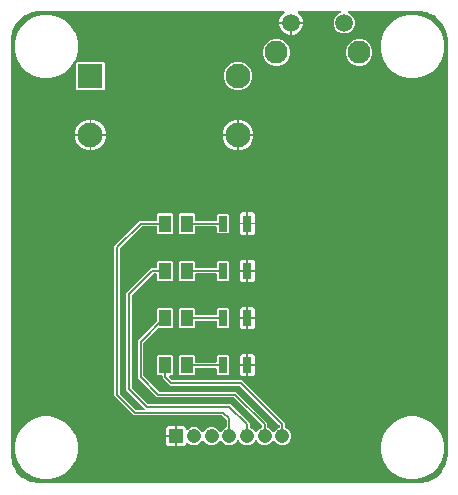
<source format=gbr>
G04 EAGLE Gerber RS-274X export*
G75*
%MOMM*%
%FSLAX34Y34*%
%LPD*%
%INTop Copper*%
%IPPOS*%
%AMOC8*
5,1,8,0,0,1.08239X$1,22.5*%
G01*
G04 Define Apertures*
%ADD10R,0.761800X1.361800*%
%ADD11R,1.031200X1.420200*%
%ADD12C,1.508000*%
%ADD13C,1.950000*%
%ADD14R,2.100000X2.100000*%
%ADD15C,2.100000*%
%ADD16R,1.208000X1.208000*%
%ADD17C,1.208000*%
%ADD18C,0.152400*%
G36*
X355977Y10169D02*
X355858Y10160D01*
X34142Y10160D01*
X34023Y10169D01*
X26847Y11306D01*
X26621Y11380D01*
X20148Y14678D01*
X19955Y14818D01*
X14818Y19955D01*
X14678Y20148D01*
X11380Y26621D01*
X11306Y26847D01*
X10169Y34023D01*
X10160Y34142D01*
X10160Y385858D01*
X10169Y385977D01*
X11306Y393153D01*
X11380Y393379D01*
X14678Y399852D01*
X14818Y400045D01*
X19955Y405182D01*
X20148Y405322D01*
X26621Y408620D01*
X26847Y408694D01*
X34023Y409831D01*
X34142Y409840D01*
X241245Y409840D01*
X241508Y409793D01*
X241766Y409634D01*
X241942Y409386D01*
X242007Y409090D01*
X241951Y408792D01*
X241784Y408539D01*
X238955Y405710D01*
X237420Y402005D01*
X237420Y400762D01*
X257580Y400762D01*
X257580Y402005D01*
X256045Y405710D01*
X253216Y408539D01*
X253063Y408759D01*
X252993Y409054D01*
X253044Y409353D01*
X253208Y409608D01*
X253458Y409780D01*
X253755Y409840D01*
X288740Y409840D01*
X288997Y409795D01*
X289257Y409638D01*
X289434Y409392D01*
X289501Y409096D01*
X289448Y408798D01*
X289283Y408544D01*
X289031Y408374D01*
X287366Y407684D01*
X284816Y405134D01*
X283436Y401803D01*
X283436Y398197D01*
X284816Y394866D01*
X287366Y392316D01*
X290697Y390936D01*
X294303Y390936D01*
X297634Y392316D01*
X300184Y394866D01*
X301564Y398197D01*
X301564Y401803D01*
X300184Y405134D01*
X297634Y407684D01*
X295969Y408374D01*
X295748Y408514D01*
X295569Y408759D01*
X295499Y409054D01*
X295550Y409353D01*
X295713Y409608D01*
X295963Y409780D01*
X296260Y409840D01*
X355858Y409840D01*
X355977Y409831D01*
X363153Y408694D01*
X363379Y408620D01*
X369852Y405322D01*
X370045Y405182D01*
X375182Y400045D01*
X375322Y399852D01*
X378620Y393379D01*
X378694Y393153D01*
X379831Y385977D01*
X379840Y385858D01*
X379840Y34142D01*
X379831Y34023D01*
X378694Y26847D01*
X378620Y26621D01*
X375322Y20148D01*
X375182Y19955D01*
X370045Y14818D01*
X369852Y14678D01*
X363379Y11380D01*
X363153Y11306D01*
X355977Y10169D01*
G37*
%LPC*%
G36*
X346489Y353330D02*
X353511Y353330D01*
X360294Y355148D01*
X366376Y358659D01*
X371341Y363624D01*
X374853Y369706D01*
X376670Y376489D01*
X376670Y383511D01*
X374853Y390294D01*
X371341Y396376D01*
X366376Y401341D01*
X360294Y404853D01*
X353511Y406670D01*
X346489Y406670D01*
X339706Y404853D01*
X333624Y401341D01*
X328659Y396376D01*
X325148Y390294D01*
X323330Y383511D01*
X323330Y376489D01*
X325148Y369706D01*
X328659Y363624D01*
X333624Y358659D01*
X339706Y355148D01*
X346489Y353330D01*
G37*
G36*
X36489Y353330D02*
X43511Y353330D01*
X50294Y355148D01*
X56376Y358659D01*
X61341Y363624D01*
X64853Y369706D01*
X66670Y376489D01*
X66670Y383511D01*
X64853Y390294D01*
X61341Y396376D01*
X56376Y401341D01*
X50294Y404853D01*
X43511Y406670D01*
X36489Y406670D01*
X29706Y404853D01*
X23624Y401341D01*
X18659Y396376D01*
X15148Y390294D01*
X13330Y383511D01*
X13330Y376489D01*
X15148Y369706D01*
X18659Y363624D01*
X23624Y358659D01*
X29706Y355148D01*
X36489Y353330D01*
G37*
G36*
X248262Y389920D02*
X249505Y389920D01*
X253210Y391455D01*
X256045Y394290D01*
X257580Y397995D01*
X257580Y399238D01*
X248262Y399238D01*
X248262Y389920D01*
G37*
G36*
X245495Y389920D02*
X246738Y389920D01*
X246738Y399238D01*
X237420Y399238D01*
X237420Y397995D01*
X238955Y394290D01*
X241790Y391455D01*
X245495Y389920D01*
G37*
G36*
X302757Y363726D02*
X307243Y363726D01*
X311386Y365442D01*
X314558Y368614D01*
X316274Y372757D01*
X316274Y377243D01*
X314558Y381386D01*
X311386Y384558D01*
X307243Y386274D01*
X302757Y386274D01*
X298614Y384558D01*
X295442Y381386D01*
X293726Y377243D01*
X293726Y372757D01*
X295442Y368614D01*
X298614Y365442D01*
X302757Y363726D01*
G37*
G36*
X232757Y363726D02*
X237243Y363726D01*
X241386Y365442D01*
X244558Y368614D01*
X246274Y372757D01*
X246274Y377243D01*
X244558Y381386D01*
X241386Y384558D01*
X237243Y386274D01*
X232757Y386274D01*
X228614Y384558D01*
X225442Y381386D01*
X223726Y377243D01*
X223726Y372757D01*
X225442Y368614D01*
X228614Y365442D01*
X232757Y363726D01*
G37*
G36*
X200108Y342976D02*
X204892Y342976D01*
X209311Y344807D01*
X212693Y348189D01*
X214524Y352608D01*
X214524Y357392D01*
X212693Y361811D01*
X209311Y365193D01*
X204892Y367024D01*
X200108Y367024D01*
X195689Y365193D01*
X192307Y361811D01*
X190476Y357392D01*
X190476Y352608D01*
X192307Y348189D01*
X195689Y344807D01*
X200108Y342976D01*
G37*
G36*
X66369Y342976D02*
X88631Y342976D01*
X89524Y343869D01*
X89524Y366131D01*
X88631Y367024D01*
X66369Y367024D01*
X65476Y366131D01*
X65476Y343869D01*
X66369Y342976D01*
G37*
G36*
X189460Y305762D02*
X201738Y305762D01*
X201738Y318040D01*
X199906Y318040D01*
X195113Y316055D01*
X191445Y312387D01*
X189460Y307594D01*
X189460Y305762D01*
G37*
G36*
X64460Y305762D02*
X76738Y305762D01*
X76738Y318040D01*
X74906Y318040D01*
X70113Y316055D01*
X66445Y312387D01*
X64460Y307594D01*
X64460Y305762D01*
G37*
G36*
X78262Y305762D02*
X90540Y305762D01*
X90540Y307594D01*
X88555Y312387D01*
X84887Y316055D01*
X80094Y318040D01*
X78262Y318040D01*
X78262Y305762D01*
G37*
G36*
X203262Y305762D02*
X215540Y305762D01*
X215540Y307594D01*
X213555Y312387D01*
X209887Y316055D01*
X205094Y318040D01*
X203262Y318040D01*
X203262Y305762D01*
G37*
G36*
X203262Y291960D02*
X205094Y291960D01*
X209887Y293945D01*
X213555Y297613D01*
X215540Y302406D01*
X215540Y304238D01*
X203262Y304238D01*
X203262Y291960D01*
G37*
G36*
X199906Y291960D02*
X201738Y291960D01*
X201738Y304238D01*
X189460Y304238D01*
X189460Y302406D01*
X191445Y297613D01*
X195113Y293945D01*
X199906Y291960D01*
G37*
G36*
X78262Y291960D02*
X80094Y291960D01*
X84887Y293945D01*
X88555Y297613D01*
X90540Y302406D01*
X90540Y304238D01*
X78262Y304238D01*
X78262Y291960D01*
G37*
G36*
X74906Y291960D02*
X76738Y291960D01*
X76738Y304238D01*
X64460Y304238D01*
X64460Y302406D01*
X66445Y297613D01*
X70113Y293945D01*
X74906Y291960D01*
G37*
G36*
X203901Y230762D02*
X209488Y230762D01*
X209488Y239349D01*
X205389Y239349D01*
X203901Y237861D01*
X203901Y230762D01*
G37*
G36*
X211012Y230762D02*
X216599Y230762D01*
X216599Y237861D01*
X215111Y239349D01*
X211012Y239349D01*
X211012Y230762D01*
G37*
G36*
X153408Y221375D02*
X164982Y221375D01*
X165875Y222268D01*
X165875Y226952D01*
X165926Y227227D01*
X166090Y227482D01*
X166340Y227654D01*
X166637Y227714D01*
X183655Y227714D01*
X183930Y227663D01*
X184185Y227499D01*
X184357Y227249D01*
X184417Y226952D01*
X184417Y222560D01*
X185310Y221667D01*
X194190Y221667D01*
X195083Y222560D01*
X195083Y237440D01*
X194190Y238333D01*
X185310Y238333D01*
X184417Y237440D01*
X184417Y233048D01*
X184366Y232773D01*
X184202Y232518D01*
X183952Y232346D01*
X183655Y232286D01*
X166637Y232286D01*
X166362Y232337D01*
X166107Y232501D01*
X165935Y232751D01*
X165875Y233048D01*
X165875Y237732D01*
X164982Y238625D01*
X153408Y238625D01*
X152515Y237732D01*
X152515Y222268D01*
X153408Y221375D01*
G37*
G36*
X150762Y41420D02*
X157092Y41420D01*
X158580Y42908D01*
X158580Y43883D01*
X158627Y44147D01*
X158786Y44405D01*
X159034Y44580D01*
X159330Y44645D01*
X159628Y44590D01*
X159881Y44422D01*
X160715Y43588D01*
X163495Y42436D01*
X166505Y42436D01*
X169285Y43588D01*
X171412Y45715D01*
X171796Y46641D01*
X171940Y46867D01*
X172186Y47044D01*
X172482Y47112D01*
X172780Y47058D01*
X173035Y46893D01*
X173204Y46641D01*
X173588Y45715D01*
X175715Y43588D01*
X178495Y42436D01*
X181505Y42436D01*
X184285Y43588D01*
X186412Y45715D01*
X186796Y46641D01*
X186940Y46867D01*
X187186Y47044D01*
X187482Y47112D01*
X187780Y47058D01*
X188035Y46893D01*
X188204Y46641D01*
X188588Y45715D01*
X190715Y43588D01*
X193495Y42436D01*
X196505Y42436D01*
X199285Y43588D01*
X201412Y45715D01*
X201796Y46641D01*
X201940Y46867D01*
X202186Y47044D01*
X202482Y47112D01*
X202780Y47058D01*
X203035Y46893D01*
X203204Y46641D01*
X203588Y45715D01*
X205715Y43588D01*
X208495Y42436D01*
X211505Y42436D01*
X214285Y43588D01*
X216412Y45715D01*
X216796Y46641D01*
X216940Y46867D01*
X217186Y47044D01*
X217482Y47112D01*
X217780Y47058D01*
X218035Y46893D01*
X218204Y46641D01*
X218588Y45715D01*
X220715Y43588D01*
X223495Y42436D01*
X226505Y42436D01*
X229285Y43588D01*
X231412Y45715D01*
X231796Y46641D01*
X231940Y46867D01*
X232186Y47044D01*
X232482Y47112D01*
X232780Y47058D01*
X233035Y46893D01*
X233204Y46641D01*
X233588Y45715D01*
X235715Y43588D01*
X238495Y42436D01*
X241505Y42436D01*
X244285Y43588D01*
X246412Y45715D01*
X247564Y48495D01*
X247564Y51505D01*
X246412Y54285D01*
X244285Y56412D01*
X242756Y57045D01*
X242518Y57202D01*
X242346Y57452D01*
X242286Y57749D01*
X242286Y60947D01*
X205947Y97286D01*
X147068Y97286D01*
X146782Y97342D01*
X146529Y97509D01*
X143964Y100074D01*
X143811Y100294D01*
X143741Y100589D01*
X143792Y100888D01*
X143955Y101143D01*
X144205Y101315D01*
X144503Y101375D01*
X146592Y101375D01*
X147485Y102268D01*
X147485Y117732D01*
X146592Y118625D01*
X135018Y118625D01*
X134125Y117732D01*
X134125Y102268D01*
X135018Y101375D01*
X137757Y101375D01*
X138032Y101324D01*
X138287Y101160D01*
X138459Y100910D01*
X138519Y100613D01*
X138519Y99053D01*
X144858Y92714D01*
X203737Y92714D01*
X204023Y92658D01*
X204276Y92491D01*
X237491Y59276D01*
X237654Y59035D01*
X237714Y58737D01*
X237714Y57749D01*
X237661Y57469D01*
X237495Y57215D01*
X237244Y57045D01*
X235715Y56412D01*
X233588Y54285D01*
X233204Y53359D01*
X233060Y53133D01*
X232814Y52956D01*
X232518Y52889D01*
X232220Y52942D01*
X231966Y53107D01*
X231796Y53359D01*
X231412Y54285D01*
X229285Y56412D01*
X227756Y57045D01*
X227518Y57202D01*
X227346Y57452D01*
X227286Y57749D01*
X227286Y60947D01*
X200947Y87286D01*
X136263Y87286D01*
X135977Y87342D01*
X135724Y87509D01*
X122509Y100724D01*
X122346Y100965D01*
X122286Y101263D01*
X122286Y128737D01*
X122342Y129023D01*
X122509Y129276D01*
X134385Y141152D01*
X134626Y141315D01*
X134924Y141375D01*
X146592Y141375D01*
X147485Y142268D01*
X147485Y157732D01*
X146592Y158625D01*
X135018Y158625D01*
X134125Y157732D01*
X134125Y147674D01*
X134069Y147388D01*
X133902Y147135D01*
X117714Y130947D01*
X117714Y99053D01*
X134053Y82714D01*
X198737Y82714D01*
X199023Y82658D01*
X199276Y82491D01*
X222491Y59276D01*
X222654Y59035D01*
X222714Y58737D01*
X222714Y57749D01*
X222661Y57469D01*
X222495Y57215D01*
X222244Y57045D01*
X220715Y56412D01*
X218588Y54285D01*
X218204Y53359D01*
X218060Y53133D01*
X217814Y52956D01*
X217518Y52889D01*
X217220Y52942D01*
X216966Y53107D01*
X216796Y53359D01*
X216412Y54285D01*
X214285Y56412D01*
X212756Y57045D01*
X212518Y57202D01*
X212346Y57452D01*
X212286Y57749D01*
X212286Y60947D01*
X195947Y77286D01*
X126263Y77286D01*
X125977Y77342D01*
X125724Y77509D01*
X112509Y90724D01*
X112346Y90965D01*
X112286Y91263D01*
X112286Y168737D01*
X112342Y169023D01*
X112509Y169276D01*
X130724Y187491D01*
X130965Y187654D01*
X131263Y187714D01*
X133363Y187714D01*
X133638Y187663D01*
X133893Y187499D01*
X134065Y187249D01*
X134125Y186952D01*
X134125Y182268D01*
X135018Y181375D01*
X146592Y181375D01*
X147485Y182268D01*
X147485Y197732D01*
X146592Y198625D01*
X135018Y198625D01*
X134125Y197732D01*
X134125Y193048D01*
X134074Y192773D01*
X133910Y192518D01*
X133660Y192346D01*
X133363Y192286D01*
X129053Y192286D01*
X107714Y170947D01*
X107714Y89053D01*
X123180Y73587D01*
X123333Y73367D01*
X123403Y73072D01*
X123352Y72773D01*
X123189Y72518D01*
X122939Y72346D01*
X122641Y72286D01*
X116263Y72286D01*
X115977Y72342D01*
X115724Y72509D01*
X102509Y85724D01*
X102346Y85965D01*
X102286Y86263D01*
X102286Y208737D01*
X102342Y209023D01*
X102509Y209276D01*
X120724Y227491D01*
X120965Y227654D01*
X121263Y227714D01*
X133363Y227714D01*
X133638Y227663D01*
X133893Y227499D01*
X134065Y227249D01*
X134125Y226952D01*
X134125Y222268D01*
X135018Y221375D01*
X146592Y221375D01*
X147485Y222268D01*
X147485Y237732D01*
X146592Y238625D01*
X135018Y238625D01*
X134125Y237732D01*
X134125Y233048D01*
X134074Y232773D01*
X133910Y232518D01*
X133660Y232346D01*
X133363Y232286D01*
X119053Y232286D01*
X97714Y210947D01*
X97714Y84053D01*
X114053Y67714D01*
X188737Y67714D01*
X189023Y67658D01*
X189276Y67491D01*
X192491Y64276D01*
X192654Y64035D01*
X192714Y63737D01*
X192714Y57749D01*
X192661Y57469D01*
X192495Y57215D01*
X192244Y57045D01*
X190715Y56412D01*
X188588Y54285D01*
X188204Y53359D01*
X188060Y53133D01*
X187814Y52956D01*
X187518Y52889D01*
X187220Y52942D01*
X186966Y53107D01*
X186796Y53359D01*
X186412Y54285D01*
X184285Y56412D01*
X181505Y57564D01*
X178495Y57564D01*
X175715Y56412D01*
X173588Y54285D01*
X173204Y53359D01*
X173060Y53133D01*
X172814Y52956D01*
X172518Y52889D01*
X172220Y52942D01*
X171966Y53107D01*
X171796Y53359D01*
X171412Y54285D01*
X169285Y56412D01*
X166505Y57564D01*
X163495Y57564D01*
X160715Y56412D01*
X159881Y55578D01*
X159661Y55425D01*
X159366Y55355D01*
X159067Y55406D01*
X158812Y55569D01*
X158640Y55820D01*
X158580Y56117D01*
X158580Y57092D01*
X157092Y58580D01*
X150762Y58580D01*
X150762Y41420D01*
G37*
G36*
X205389Y220651D02*
X209488Y220651D01*
X209488Y229238D01*
X203901Y229238D01*
X203901Y222139D01*
X205389Y220651D01*
G37*
G36*
X211012Y220651D02*
X215111Y220651D01*
X216599Y222139D01*
X216599Y229238D01*
X211012Y229238D01*
X211012Y220651D01*
G37*
G36*
X211012Y190762D02*
X216599Y190762D01*
X216599Y197861D01*
X215111Y199349D01*
X211012Y199349D01*
X211012Y190762D01*
G37*
G36*
X203901Y190762D02*
X209488Y190762D01*
X209488Y199349D01*
X205389Y199349D01*
X203901Y197861D01*
X203901Y190762D01*
G37*
G36*
X153408Y181375D02*
X164982Y181375D01*
X165875Y182268D01*
X165875Y186952D01*
X165926Y187227D01*
X166090Y187482D01*
X166340Y187654D01*
X166637Y187714D01*
X183655Y187714D01*
X183930Y187663D01*
X184185Y187499D01*
X184357Y187249D01*
X184417Y186952D01*
X184417Y182560D01*
X185310Y181667D01*
X194190Y181667D01*
X195083Y182560D01*
X195083Y197440D01*
X194190Y198333D01*
X185310Y198333D01*
X184417Y197440D01*
X184417Y193048D01*
X184366Y192773D01*
X184202Y192518D01*
X183952Y192346D01*
X183655Y192286D01*
X166637Y192286D01*
X166362Y192337D01*
X166107Y192501D01*
X165935Y192751D01*
X165875Y193048D01*
X165875Y197732D01*
X164982Y198625D01*
X153408Y198625D01*
X152515Y197732D01*
X152515Y182268D01*
X153408Y181375D01*
G37*
G36*
X205389Y180651D02*
X209488Y180651D01*
X209488Y189238D01*
X203901Y189238D01*
X203901Y182139D01*
X205389Y180651D01*
G37*
G36*
X211012Y180651D02*
X215111Y180651D01*
X216599Y182139D01*
X216599Y189238D01*
X211012Y189238D01*
X211012Y180651D01*
G37*
G36*
X203901Y150762D02*
X209488Y150762D01*
X209488Y159349D01*
X205389Y159349D01*
X203901Y157861D01*
X203901Y150762D01*
G37*
G36*
X211012Y150762D02*
X216599Y150762D01*
X216599Y157861D01*
X215111Y159349D01*
X211012Y159349D01*
X211012Y150762D01*
G37*
G36*
X153408Y141375D02*
X164982Y141375D01*
X165875Y142268D01*
X165875Y146952D01*
X165926Y147227D01*
X166090Y147482D01*
X166340Y147654D01*
X166637Y147714D01*
X183655Y147714D01*
X183930Y147663D01*
X184185Y147499D01*
X184357Y147249D01*
X184417Y146952D01*
X184417Y142560D01*
X185310Y141667D01*
X194190Y141667D01*
X195083Y142560D01*
X195083Y157440D01*
X194190Y158333D01*
X185310Y158333D01*
X184417Y157440D01*
X184417Y153048D01*
X184366Y152773D01*
X184202Y152518D01*
X183952Y152346D01*
X183655Y152286D01*
X166637Y152286D01*
X166362Y152337D01*
X166107Y152501D01*
X165935Y152751D01*
X165875Y153048D01*
X165875Y157732D01*
X164982Y158625D01*
X153408Y158625D01*
X152515Y157732D01*
X152515Y142268D01*
X153408Y141375D01*
G37*
G36*
X211012Y140651D02*
X215111Y140651D01*
X216599Y142139D01*
X216599Y149238D01*
X211012Y149238D01*
X211012Y140651D01*
G37*
G36*
X205389Y140651D02*
X209488Y140651D01*
X209488Y149238D01*
X203901Y149238D01*
X203901Y142139D01*
X205389Y140651D01*
G37*
G36*
X203901Y110762D02*
X209488Y110762D01*
X209488Y119349D01*
X205389Y119349D01*
X203901Y117861D01*
X203901Y110762D01*
G37*
G36*
X211012Y110762D02*
X216599Y110762D01*
X216599Y117861D01*
X215111Y119349D01*
X211012Y119349D01*
X211012Y110762D01*
G37*
G36*
X153408Y101375D02*
X164982Y101375D01*
X165875Y102268D01*
X165875Y106952D01*
X165926Y107227D01*
X166090Y107482D01*
X166340Y107654D01*
X166637Y107714D01*
X183655Y107714D01*
X183930Y107663D01*
X184185Y107499D01*
X184357Y107249D01*
X184417Y106952D01*
X184417Y102560D01*
X185310Y101667D01*
X194190Y101667D01*
X195083Y102560D01*
X195083Y117440D01*
X194190Y118333D01*
X185310Y118333D01*
X184417Y117440D01*
X184417Y113048D01*
X184366Y112773D01*
X184202Y112518D01*
X183952Y112346D01*
X183655Y112286D01*
X166637Y112286D01*
X166362Y112337D01*
X166107Y112501D01*
X165935Y112751D01*
X165875Y113048D01*
X165875Y117732D01*
X164982Y118625D01*
X153408Y118625D01*
X152515Y117732D01*
X152515Y102268D01*
X153408Y101375D01*
G37*
G36*
X205389Y100651D02*
X209488Y100651D01*
X209488Y109238D01*
X203901Y109238D01*
X203901Y102139D01*
X205389Y100651D01*
G37*
G36*
X211012Y100651D02*
X215111Y100651D01*
X216599Y102139D01*
X216599Y109238D01*
X211012Y109238D01*
X211012Y100651D01*
G37*
G36*
X346489Y13330D02*
X353511Y13330D01*
X360294Y15148D01*
X366376Y18659D01*
X371341Y23624D01*
X374853Y29706D01*
X376670Y36489D01*
X376670Y43511D01*
X374853Y50294D01*
X371341Y56376D01*
X366376Y61341D01*
X360294Y64853D01*
X353511Y66670D01*
X346489Y66670D01*
X339706Y64853D01*
X333624Y61341D01*
X328659Y56376D01*
X325148Y50294D01*
X323330Y43511D01*
X323330Y36489D01*
X325148Y29706D01*
X328659Y23624D01*
X333624Y18659D01*
X339706Y15148D01*
X346489Y13330D01*
G37*
G36*
X36489Y13330D02*
X43511Y13330D01*
X50294Y15148D01*
X56376Y18659D01*
X61341Y23624D01*
X64853Y29706D01*
X66670Y36489D01*
X66670Y43511D01*
X64853Y50294D01*
X61341Y56376D01*
X56376Y61341D01*
X50294Y64853D01*
X43511Y66670D01*
X36489Y66670D01*
X29706Y64853D01*
X23624Y61341D01*
X18659Y56376D01*
X15148Y50294D01*
X13330Y43511D01*
X13330Y36489D01*
X15148Y29706D01*
X18659Y23624D01*
X23624Y18659D01*
X29706Y15148D01*
X36489Y13330D01*
G37*
G36*
X141420Y50762D02*
X149238Y50762D01*
X149238Y58580D01*
X142908Y58580D01*
X141420Y57092D01*
X141420Y50762D01*
G37*
G36*
X142908Y41420D02*
X149238Y41420D01*
X149238Y49238D01*
X141420Y49238D01*
X141420Y42908D01*
X142908Y41420D01*
G37*
%LPD*%
D10*
X210250Y230000D03*
X189750Y230000D03*
X210250Y190000D03*
X189750Y190000D03*
X210250Y150000D03*
X189750Y150000D03*
X210250Y110000D03*
X189750Y110000D03*
D11*
X159195Y230000D03*
X140805Y230000D03*
X159195Y190000D03*
X140805Y190000D03*
X159195Y150000D03*
X140805Y150000D03*
X159195Y110000D03*
X140805Y110000D03*
D12*
X292500Y400000D03*
X247500Y400000D03*
D13*
X305000Y375000D03*
X235000Y375000D03*
D14*
X77500Y355000D03*
D15*
X202500Y355000D03*
X77500Y305000D03*
X202500Y305000D03*
D16*
X150000Y50000D03*
D17*
X165000Y50000D03*
X180000Y50000D03*
X195000Y50000D03*
X210000Y50000D03*
X225000Y50000D03*
X240000Y50000D03*
D18*
X195000Y50000D02*
X195000Y65000D01*
X190000Y70000D01*
X115000Y70000D01*
X100000Y85000D01*
X100000Y210000D01*
X120000Y230000D01*
X140805Y230000D01*
X210000Y60000D02*
X210000Y50000D01*
X210000Y60000D02*
X195000Y75000D01*
X125000Y75000D01*
X110000Y90000D01*
X110000Y170000D01*
X130000Y190000D01*
X140805Y190000D01*
X225000Y60000D02*
X225000Y50000D01*
X225000Y60000D02*
X200000Y85000D01*
X135000Y85000D01*
X120000Y100000D01*
X120000Y130000D01*
X140000Y150000D01*
X140805Y150000D01*
X240000Y60000D02*
X240000Y50000D01*
X240000Y60000D02*
X205000Y95000D01*
X145805Y95000D01*
X140805Y100000D01*
X140805Y110000D01*
X159195Y230000D02*
X189750Y230000D01*
X189750Y190000D02*
X159195Y190000D01*
X159195Y150000D02*
X189750Y150000D01*
X189750Y110000D02*
X159195Y110000D01*
M02*

</source>
